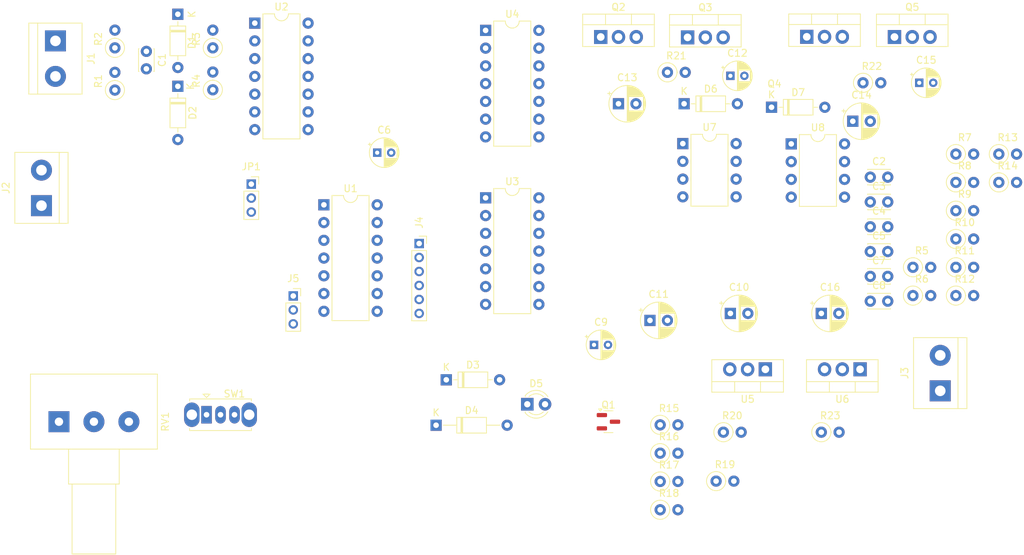
<source format=kicad_pcb>
(kicad_pcb (version 20240108) (generator "pcbnew") (generator_version "8.0")
  (layers (0 "F.Cu" signal) (31 "B.Cu" signal) (34 "B.Paste" user) (35 "F.Paste" user) (36 "B.SilkS" user "B.Silkscreen") (37 "F.SilkS" user "F.Silkscreen") (38 "B.Mask" user) (39 "F.Mask" user) (44 "Edge.Cuts" user))
  (net 0 "")
  (net 1 "Net-(C1-Pad2)")
  (net 2 "Net-(D1-A)")
  (net 3 "Net-(U1-SigIn)")
  (net 4 "Net-(JP1-C)")
  (net 5 "GND")
  (net 6 "Net-(U1-C2)")
  (net 7 "Net-(U1-C1)")
  (net 8 "Net-(U1-R1)")
  (net 9 "+5V")
  (net 10 "AUDIO")
  (net 11 "Net-(D3-K)")
  (net 12 "+15V")
  (net 13 "DRV1")
  (net 14 "Net-(D6-A)")
  (net 15 "Net-(D7-K)")
  (net 16 "Net-(D6-K)")
  (net 17 "DRV2")
  (net 18 "Net-(D7-A)")
  (net 19 "+24V")
  (net 20 "Net-(D3-A)")
  (net 21 "Net-(D4-A)")
  (net 22 "Net-(D5-K)")
  (net 23 "Net-(J1-Pin_1)")
  (net 24 "Net-(J2-Pin_1)")
  (net 25 "Net-(J2-Pin_2)")
  (net 29 "INT")
  (net 30 "Net-(JP1-A)")
  (net 31 "Net-(JP1-B)")
  (net 32 "Net-(Q1-B)")
  (net 33 "Net-(R6-Pad2)")
  (net 34 "Net-(U1-R2)")
  (net 35 "Net-(R10-Pad2)")
  (net 36 "Net-(U1-PC1)")
  (net 37 "Net-(R12-Pad2)")
  (net 38 "Net-(R13-Pad2)")
  (net 39 "Net-(R14-Pad1)")
  (net 40 "PGOOD")
  (net 41 "Net-(U5-IN)")
  (net 42 "Net-(U6-VI)")
  (net 43 "Net-(SW1-B)")
  (net 45 "Net-(U1-FOUT)")
  (net 48 "Net-(U2-Pad8)")
  (net 49 "Net-(U2-Pad5)")
  (net 51 "Net-(U4A-~{R})")
  (net 53 "Net-(U4A-~{Q})")
  (net 54 "Net-(U8-INPUT)")
  (net 56 "Net-(U7-INPUT)")
  (footprint "Resistor_THT:R_Axial_DIN0207_L6.3mm_D2.5mm_P2.54mm_Vertical" (layer "F.Cu") (at 234.24 78.25)
    (property "Reference" "R8" (at 1.27 -2.37 0) (layer "F.SilkS"))
    (property "Value" "100k")
    (pad "1" thru_hole circle (at 0 0) (size 1.6 1.6) (drill 0.8) (layers "*.Cu" "*.Mask") (net 33 "Net-(R6-Pad2)"))
    (pad "2" thru_hole oval (at 2.54 0) (size 1.6 1.6) (drill 0.8) (layers "*.Cu" "*.Mask") (net 5 "GND"))
  )
  (footprint "Package_TO_SOT_THT:TO-220-3_Vertical" (layer "F.Cu") (at 195.88 57.5)
    (property "Reference" "Q3" (at 2.54 -4.27 0) (layer "F.SilkS"))
    (property "Value" "IRFZ48N")
    (pad "1" thru_hole rect (at 0 0) (size 1.905 2) (drill 1.1) (layers "*.Cu" "*.Mask") (net 13 "DRV1"))
    (pad "2" thru_hole oval (at 2.54 0) (size 1.905 2) (drill 1.1) (layers "*.Cu" "*.Mask") (net 24 "Net-(J2-Pin_1)"))
    (pad "3" thru_hole oval (at 5.08 0) (size 1.905 2) (drill 1.1) (layers "*.Cu" "*.Mask") (net 5 "GND"))
  )
  (footprint "Diode_THT:D_DO-35_SOD27_P7.62mm_Horizontal" (layer "F.Cu") (at 161.38 106.5)
    (property "Reference" "D3" (at 3.81 -2.12 0) (layer "F.SilkS"))
    (property "Value" "BAT43")
    (fp_text user "K" (at 0 -1.8 0) (layer "F.SilkS"))
    (pad "1" thru_hole rect (at 0 0) (size 1.6 1.6) (drill 0.8) (layers "*.Cu" "*.Mask") (net 11 "Net-(D3-K)"))
    (pad "2" thru_hole oval (at 7.62 0) (size 1.6 1.6) (drill 0.8) (layers "*.Cu" "*.Mask") (net 20 "Net-(D3-A)"))
  )
  (footprint "Connector_PinSocket_2.00mm:PinSocket_1x03_P2.00mm_Vertical" (layer "F.Cu") (at 133.5 78.5)
    (property "Reference" "JP1" (at 0 -2.5 0) (layer "F.SilkS"))
    (property "Value" "phasing")
    (pad "1" thru_hole rect (at 0 0) (size 1.35 1.35) (drill 0.8) (layers "*.Cu" "*.Mask") (net 30 "Net-(JP1-A)"))
    (pad "2" thru_hole oval (at 0 2) (size 1.35 1.35) (drill 0.8) (layers "*.Cu" "*.Mask") (net 4 "Net-(JP1-C)"))
    (pad "3" thru_hole oval (at 0 4) (size 1.35 1.35) (drill 0.8) (layers "*.Cu" "*.Mask") (net 31 "Net-(JP1-B)"))
  )
  (footprint "Resistor_THT:R_Axial_DIN0207_L6.3mm_D2.5mm_P2.54mm_Vertical" (layer "F.Cu") (at 234.24 82.3)
    (property "Reference" "R9" (at 1.27 -2.37 0) (layer "F.SilkS"))
    (property "Value" "100k")
    (pad "1" thru_hole circle (at 0 0) (size 1.6 1.6) (drill 0.8) (layers "*.Cu" "*.Mask") (net 35 "Net-(R10-Pad2)"))
    (pad "2" thru_hole oval (at 2.54 0) (size 1.6 1.6) (drill 0.8) (layers "*.Cu" "*.Mask") (net 5 "GND"))
  )
  (footprint "Capacitor_THT:CP_Radial_D5.0mm_P2.50mm" (layer "F.Cu") (at 186 67)
    (property "Reference" "C13" (at 1.25 -3.75 0) (layer "F.SilkS"))
    (property "Value" "10u")
    (pad "1" thru_hole rect (at 0 0) (size 1.6 1.6) (drill 0.8) (layers "*.Cu" "*.Mask") (net 15 "Net-(D7-K)"))
    (pad "2" thru_hole circle (at 2.5 0) (size 1.6 1.6) (drill 0.8) (layers "*.Cu" "*.Mask") (net 12 "+15V"))
  )
  (footprint "Resistor_THT:R_Axial_DIN0207_L6.3mm_D2.5mm_P2.54mm_Vertical" (layer "F.Cu") (at 234.24 86.35)
    (property "Reference" "R10" (at 1.27 -2.37 0) (layer "F.SilkS"))
    (property "Value" "2.2k")
    (pad "1" thru_hole circle (at 0 0) (size 1.6 1.6) (drill 0.8) (layers "*.Cu" "*.Mask") (net 8 "Net-(U1-R1)"))
    (pad "2" thru_hole oval (at 2.54 0) (size 1.6 1.6) (drill 0.8) (layers "*.Cu" "*.Mask") (net 35 "Net-(R10-Pad2)"))
  )
  (footprint "Capacitor_THT:CP_Radial_D4.0mm_P2.00mm" (layer "F.Cu") (at 151.5 74)
    (property "Reference" "C6" (at 1 -3.25 0) (layer "F.SilkS"))
    (property "Value" "10u")
    (pad "1" thru_hole rect (at 0 0) (size 1.2 1.2) (drill 0.6) (layers "*.Cu" "*.Mask") (net 9 "+5V"))
    (pad "2" thru_hole circle (at 2 0) (size 1.2 1.2) (drill 0.6) (layers "*.Cu" "*.Mask") (net 5 "GND"))
  )
  (footprint "Resistor_THT:R_Axial_DIN0207_L6.3mm_D2.5mm_P2.54mm_Vertical" (layer "F.Cu") (at 191.96 117)
    (property "Reference" "R16" (at 1.27 -2.37 0) (layer "F.SilkS"))
    (property "Value" "470k")
    (pad "1" thru_hole circle (at 0 0) (size 1.6 1.6) (drill 0.8) (layers "*.Cu" "*.Mask") (net 11 "Net-(D3-K)"))
    (pad "2" thru_hole oval (at 2.54 0) (size 1.6 1.6) (drill 0.8) (layers "*.Cu" "*.Mask") (net 20 "Net-(D3-A)"))
  )
  (footprint "Connector_PinSocket_2.00mm:PinSocket_1x03_P2.00mm_Vertical" (layer "F.Cu") (at 139.5 94.5)
    (property "Reference" "J5" (at 0 -2.5 0) (layer "F.SilkS"))
    (property "Value" "Interrupter")
    (pad "1" thru_hole rect (at 0 0) (size 1.35 1.35) (drill 0.8) (layers "*.Cu" "*.Mask") (net 29 "INT"))
    (pad "2" thru_hole oval (at 0 2) (size 1.35 1.35) (drill 0.8) (layers "*.Cu" "*.Mask") (net 5 "GND"))
    (pad "3" thru_hole oval (at 0 4) (size 1.35 1.35) (drill 0.8) (layers "*.Cu" "*.Mask"))
  )
  (footprint "Package_TO_SOT_THT:TO-220-3_Vertical" (layer "F.Cu") (at 220.54 105 180)
    (property "Reference" "U6" (at 2.54 -4.27 0) (layer "F.SilkS"))
    (property "Value" "LM7815_TO220")
    (pad "1" thru_hole rect (at 0 0 180) (size 1.905 2) (drill 1.1) (layers "*.Cu" "*.Mask") (net 42 "Net-(U6-VI)"))
    (pad "2" thru_hole oval (at 2.54 0 180) (size 1.905 2) (drill 1.1) (layers "*.Cu" "*.Mask") (net 5 "GND"))
    (pad "3" thru_hole oval (at 5.08 0 180) (size 1.905 2) (drill 1.1) (layers "*.Cu" "*.Mask") (net 12 "+15V"))
  )
  (footprint "Resistor_THT:R_Axial_DIN0207_L6.3mm_D2.5mm_P2.54mm_Vertical" (layer "F.Cu") (at 114 65.04 90)
    (property "Reference" "R1" (at 1.27 -2.37 90) (layer "F.SilkS"))
    (property "Value" "1k")
    (pad "1" thru_hole circle (at 0 0 90) (size 1.6 1.6) (drill 0.8) (layers "*.Cu" "*.Mask") (net 23 "Net-(J1-Pin_1)"))
    (pad "2" thru_hole oval (at 2.54 0 90) (size 1.6 1.6) (drill 0.8) (layers "*.Cu" "*.Mask") (net 5 "GND"))
  )
  (footprint "Capacitor_THT:CP_Radial_D4.0mm_P2.00mm" (layer "F.Cu") (at 202 63)
    (property "Reference" "C12" (at 1 -3.25 0) (layer "F.SilkS"))
    (property "Value" "100n")
    (pad "1" thru_hole rect (at 0 0) (size 1.2 1.2) (drill 0.6) (layers "*.Cu" "*.Mask") (net 14 "Net-(D6-A)"))
    (pad "2" thru_hole circle (at 2 0) (size 1.2 1.2) (drill 0.6) (layers "*.Cu" "*.Mask") (net 13 "DRV1"))
  )
  (footprint "Resistor_THT:R_Axial_DIN0207_L6.3mm_D2.5mm_P2.54mm_Vertical" (layer "F.Cu") (at 191.96 125.1)
    (property "Reference" "R18" (at 1.27 -2.37 0) (layer "F.SilkS"))
    (property "Value" "1k")
    (pad "1" thru_hole circle (at 0 0) (size 1.6 1.6) (drill 0.8) (layers "*.Cu" "*.Mask") (net 32 "Net-(Q1-B)"))
    (pad "2" thru_hole oval (at 2.54 0) (size 1.6 1.6) (drill 0.8) (layers "*.Cu" "*.Mask") (net 5 "GND"))
  )
  (footprint "Resistor_THT:R_Axial_DIN0207_L6.3mm_D2.5mm_P2.54mm_Vertical" (layer "F.Cu") (at 220.96 64)
    (property "Reference" "R22" (at 1.27 -2.37 0) (layer "F.SilkS"))
    (property "Value" "1k")
    (pad "1" thru_hole circle (at 0 0) (size 1.6 1.6) (drill 0.8) (layers "*.Cu" "*.Mask") (net 15 "Net-(D7-K)"))
    (pad "2" thru_hole oval (at 2.54 0) (size 1.6 1.6) (drill 0.8) (layers "*.Cu" "*.Mask") (net 18 "Net-(D7-A)"))
  )
  (footprint "Resistor_THT:R_Axial_DIN0207_L6.3mm_D2.5mm_P2.54mm_Vertical" (layer "F.Cu") (at 191.96 121.05)
    (property "Reference" "R17" (at 1.27 -2.37 0) (layer "F.SilkS"))
    (property "Value" "1k")
    (pad "1" thru_hole circle (at 0 0) (size 1.6 1.6) (drill 0.8) (layers "*.Cu" "*.Mask") (net 21 "Net-(D4-A)"))
    (pad "2" thru_hole oval (at 2.54 0) (size 1.6 1.6) (drill 0.8) (layers "*.Cu" "*.Mask") (net 32 "Net-(Q1-B)"))
  )
  (footprint "Package_TO_SOT_THT:TO-220-3_Vertical" (layer "F.Cu") (at 183.46 57.445)
    (property "Reference" "Q2" (at 2.54 -4.27 0) (layer "F.SilkS"))
    (property "Value" "IRF4905")
    (pad "1" thru_hole rect (at 0 0) (size 1.905 2) (drill 1.1) (layers "*.Cu" "*.Mask") (net 14 "Net-(D6-A)"))
    (pad "2" thru_hole oval (at 2.54 0) (size 1.905 2) (drill 1.1) (layers "*.Cu" "*.Mask") (net 16 "Net-(D6-K)"))
    (pad "3" thru_hole oval (at 5.08 0) (size 1.905 2) (drill 1.1) (layers "*.Cu" "*.Mask") (net 24 "Net-(J2-Pin_1)"))
  )
  (footprint "Capacitor_THT:CP_Radial_D5.0mm_P2.50mm" (layer "F.Cu") (at 215 97)
    (property "Reference" "C16" (at 1.25 -3.75 0) (layer "F.SilkS"))
    (property "Value" "1000uF 35v")
    (pad "1" thru_hole rect (at 0 0) (size 1.6 1.6) (drill 0.8) (layers "*.Cu" "*.Mask") (net 19 "+24V"))
    (pad "2" thru_hole circle (at 2.5 0) (size 1.6 1.6) (drill 0.8) (layers "*.Cu" "*.Mask") (net 5 "GND"))
  )
  (footprint "Resistor_THT:R_Axial_DIN0207_L6.3mm_D2.5mm_P2.54mm_Vertical" (layer "F.Cu") (at 199.955 121)
    (property "Reference" "R19" (at 1.27 -2.37 0) (layer "F.SilkS"))
    (property "Value" "1.8k")
    (pad "1" thru_hole circle (at 0 0) (size 1.6 1.6) (drill 0.8) (layers "*.Cu" "*.Mask") (net 40 "PGOOD"))
    (pad "2" thru_hole oval (at 2.54 0) (size 1.6 1.6) (drill 0.8) (layers "*.Cu" "*.Mask") (net 22 "Net-(D5-K)"))
  )
  (footprint "Package_TO_SOT_THT:TO-220-3_Vertical" (layer "F.Cu") (at 212.92 57.42)
    (property "Reference" "Q4" (at -4.62 6.73 0) (layer "F.SilkS"))
    (property "Value" "IRF4905")
    (pad "1" thru_hole rect (at 0 0) (size 1.905 2) (drill 1.1) (layers "*.Cu" "*.Mask") (net 18 "Net-(D7-A)"))
    (pad "2" thru_hole oval (at 2.54 0) (size 1.905 2) (drill 1.1) (layers "*.Cu" "*.Mask") (net 15 "Net-(D7-K)"))
    (pad "3" thru_hole oval (at 5.08 0) (size 1.905 2) (drill 1.1) (layers "*.Cu" "*.Mask") (net 25 "Net-(J2-Pin_2)"))
  )
  (footprint "Package_DIP:DIP-8_W7.62mm" (layer "F.Cu") (at 195.2 72.7)
    (property "Reference" "U7" (at 3.81 -2.33 0) (layer "F.SilkS"))
    (property "Value" "TC4422")
    (pad "1" thru_hole rect (at 0 0) (size 1.6 1.6) (drill 0.8) (layers "*.Cu" "*.Mask") (net 12 "+15V"))
    (pad "2" thru_hole oval (at 0 2.54) (size 1.6 1.6) (drill 0.8) (layers "*.Cu" "*.Mask") (net 56 "Net-(U7-INPUT)"))
    (pad "3" thru_hole oval (at 0 5.08) (size 1.6 1.6) (drill 0.8) (layers "*.Cu" "*.Mask"))
    (pad "4" thru_hole oval (at 0 7.62) (size 1.6 1.6) (drill 0.8) (layers "*.Cu" "*.Mask") (net 5 "GND"))
    (pad "5" thru_hole oval (at 7.62 7.62) (size 1.6 1.6) (drill 0.8) (layers "*.Cu" "*.Mask") (net 5 "GND"))
    (pad "6" thru_hole oval (at 7.62 5.08) (size 1.6 1.6) (drill 0.8) (layers "*.Cu" "*.Mask") (net 13 "DRV1"))
    (pad "7" thru_hole oval (at 7.62 2.54) (size 1.6 1.6) (drill 0.8) (layers "*.Cu" "*.Mask") (net 13 "DRV1"))
    (pad "8" thru_hole oval (at 7.62 0) (size 1.6 1.6) (drill 0.8) (layers "*.Cu" "*.Mask") (net 12 "+15V"))
  )
  (footprint "Resistor_THT:R_Axial_DIN0207_L6.3mm_D2.5mm_P2.54mm_Vertical" (layer "F.Cu") (at 128 59 90)
    (property "Reference" "R3" (at 1.27 -2.37 90) (layer "F.SilkS"))
    (property "Value" "10k")
    (pad "1" thru_hole circle (at 0 0 90) (size 1.6 1.6) (drill 0.8) (layers "*.Cu" "*.Mask") (net 9 "+5V"))
    (pad "2" thru_hole oval (at 2.54 0 90) (size 1.6 1.6) (drill 0.8) (layers "*.Cu" "*.Mask") (net 2 "Net-(D1-A)"))
  )
  (footprint "Capacitor_THT:C_Disc_D3.0mm_W2.0mm_P2.50mm" (layer "F.Cu") (at 118.5 59.5 -90)
    (property "Reference" "C1" (at 1.25 -2.25 90) (layer "F.SilkS"))
    (property "Value" "100n")
    (pad "1" thru_hole circle (at 0 0 270) (size 1.6 1.6) (drill 0.8) (layers "*.Cu" "*.Mask") (net 2 "Net-(D1-A)"))
    (pad "2" thru_hole circle (at 2.5 0 270) (size 1.6 1.6) (drill 0.8) (layers "*.Cu" "*.Mask") (net 1 "Net-(C1-Pad2)"))
  )
  (footprint "Capacitor_THT:C_Disc_D3.0mm_W2.0mm_P2.50mm" (layer "F.Cu") (at 222 77.5)
    (property "Reference" "C2" (at 1.25 -2.25 0) (layer "F.SilkS"))
    (property "Value" "100n")
    (pad "1" thru_hole circle (at 0 0) (size 1.6 1.6) (drill 0.8) (layers "*.Cu" "*.Mask") (net 4 "Net-(JP1-C)"))
    (pad "2" thru_hole circle (at 2.5 0) (size 1.6 1.6) (drill 0.8) (layers "*.Cu" "*.Mask") (net 3 "Net-(U1-SigIn)"))
  )
  (footprint "Resistor_THT:R_Axial_DIN0207_L6.3mm_D2.5mm_P2.54mm_Vertical" (layer "F.Cu") (at 228.1 94.45)
    (property "Reference" "R6" (at 1.27 -2.37 0) (layer "F.SilkS"))
    (property "Value" "22k")
    (pad "1" thru_hole circle (at 0 0) (size 1.6 1.6) (drill 0.8) (layers "*.Cu" "*.Mask") (net 34 "Net-(U1-R2)"))
    (pad "2" thru_hole oval (at 2.54 0) (size 1.6 1.6) (drill 0.8) (layers "*.Cu" "*.Mask") (net 33 "Net-(R6-Pad2)"))
  )
  (footprint "Capacitor_THT:CP_Radial_D4.0mm_P2.00mm" (layer "F.Cu") (at 229 64)
    (property "Reference" "C15" (at 1 -3.25 0) (layer "F.SilkS"))
    (property "Value" "100n")
    (pad "1" thru_hole rect (at 0 0) (size 1.2 1.2) (drill 0.6) (layers "*.Cu" "*.Mask") (net 18 "Net-(D7-A)"))
    (pad "2" thru_hole circle (at 2 0) (size 1.2 1.2) (drill 0.6) (layers "*.Cu" "*.Mask") (net 17 "DRV2"))
  )
  (footprint "Diode_THT:D_DO-35_SOD27_P10.16mm_Horizontal" (layer "F.Cu") (at 159.92 113)
    (property "Reference" "D4" (at 5.08 -2.12 0) (layer "F.SilkS"))
    (property "Value" "15v")
    (fp_text user "K" (at 0 -1.8 0) (layer "F.SilkS"))
    (pad "1" thru_hole rect (at 0 0) (size 1.6 1.6) (drill 0.8) (layers "*.Cu" "*.Mask") (net 12 "+15V"))
    (pad "2" thru_hole oval (at 10.16 0) (size 1.6 1.6) (drill 0.8) (layers "*.Cu" "*.Mask") (net 21 "Net-(D4-A)"))
  )
  (footprint "Capacitor_THT:C_Disc_D3.0mm_W2.0mm_P2.50mm" (layer "F.Cu") (at 222 84.6)
    (property "Reference" "C4" (at 1.25 -2.25 0) (layer "F.SilkS"))
    (property "Value" "660p")
    (pad "1" thru_hole circle (at 0 0) (size 1.6 1.6) (drill 0.8) (layers "*.Cu" "*.Mask") (net 7 "Net-(U1-C1)"))
    (pad "2" thru_hole circle (at 2.5 0) (size 1.6 1.6) (drill 0.8) (layers "*.Cu" "*.Mask") (net 6 "Net-(U1-C2)"))
  )
  (footprint "TerminalBlock:TerminalBlock_bornier-2_P5.08mm" (layer "F.Cu") (at 105.5 58 -90)
    (property "Reference" "J1" (at 2.54 -5.08 90) (layer "F.SilkS"))
    (property "Value" "Current Transformer")
    (pad "1" thru_hole rect (at 0 0 270) (size 3 3) (drill 1.52) (layers "*.Cu" "*.Mask") (net 23 "Net-(J1-Pin_1)"))
    (pad "2" thru_hole circle (at 5.08 0 270) (size 3 3) (drill 1.52) (layers "*.Cu" "*.Mask") (net 5 "GND"))
  )
  (footprint "Package_TO_SOT_THT:TO-220-3_Vertical" (layer "F.Cu") (at 225.46 57.445)
    (property "Reference" "Q5" (at 2.54 -4.27 0) (layer "F.SilkS"))
    (property "Value" "IRFZ48N")
    (pad "1" thru_hole rect (at 0 0) (size 1.905 2) (drill 1.1) (layers "*.Cu" "*.Mask") (net 17 "DRV2"))
    (pad "2" thru_hole oval (at 2.54 0) (size 1.905 2) (drill 1.1) (layers "*.Cu" "*.Mask") (net 25 "Net-(J2-Pin_2)"))
    (pad "3" thru_hole oval (at 5.08 0) (size 1.905 2) (drill 1.1) (layers "*.Cu" "*.Mask") (net 5 "GND"))
  )
  (footprint "Capacitor_THT:CP_Radial_D5.0mm_P2.50mm" (layer "F.Cu") (at 219.5 69.5)
    (property "Reference" "C14" (at 1.25 -3.75 0) (layer "F.SilkS"))
    (property "Value" "10u")
    (pad "1" thru_hole rect (at 0 0) (size 1.6 1.6) (drill 0.8) (layers "*.Cu" "*.Mask") (net 16 "Net-(D6-K)"))
    (pad "2" thru_hole circle (at 2.5 0) (size 1.6 1.6) (drill 0.8) (layers "*.Cu" "*.Mask") (net 12 "+15V"))
  )
  (footprint "Capacitor_THT:C_Disc_D3.0mm_W2.0mm_P2.50mm" (layer "F.Cu") (at 222 81.05)
    (property "Reference" "C3" (at 1.25 -2.25 0) (layer "F.SilkS"))
    (property "Value" "1n")
    (pad "1" thru_hole circle (at 0 0) (size 1.6 1.6) (drill 0.8) (layers "*.Cu" "*.Mask") (net 3 "Net-(U1-SigIn)"))
    (pad "2" thru_hole circle (at 2.5 0) (size 1.6 1.6) (drill 0.8) (layers "*.Cu" "*.Mask") (net 5 "GND"))
  )
  (footprint "Resistor_THT:R_Axial_DIN0207_L6.3mm_D2.5mm_P2.54mm_Vertical" (layer "F.Cu") (at 114 59 90)
    (property "Reference" "R2" (at 1.27 -2.37 90) (layer "F.SilkS"))
    (property "Value" "1k")
    (pad "1" thru_hole circle (at 0 0 90) (size 1.6 1.6) (drill 0.8) (layers "*.Cu" "*.Mask") (net 1 "Net-(C1-Pad2)"))
    (pad "2" thru_hole oval (at 2.54 0 90) (size 1.6 1.6) (drill 0.8) (layers "*.Cu" "*.Mask") (net 23 "Net-(J1-Pin_1)"))
  )
  (footprint "Resistor_THT:R_Axial_DIN0207_L6.3mm_D2.5mm_P2.54mm_Vertical" (layer "F.Cu") (at 201 114)
    (property "Reference" "R20" (at 1.27 -2.37 0) (layer "F.SilkS"))
    (property "Value" "10")
    (pad "1" thru_hole circle (at 0 0) (size 1.6 1.6) (drill 0.8) (layers "*.Cu" "*.Mask") (net 12 "+15V"))
    (pad "2" thru_hole oval (at 2.54 0) (size 1.6 1.6) (drill 0.8) (layers "*.Cu" "*.Mask") (net 41 "Net-(U5-IN)"))
  )
  (footprint "Resistor_THT:R_Axial_DIN0207_L6.3mm_D2.5mm_P2.54mm_Vertical" (layer "F.Cu") (at 234.24 90.4)
    (property "Reference" "R11" (at 1.27 -2.37 0) (layer "F.SilkS"))
    (property "Value" "22k")
    (pad "1" thru_hole circle (at 0 0) (size 1.6 1.6) (drill 0.8) (layers "*.Cu" "*.Mask") (net 36 "Net-(U1-PC1)"))
    (pad "2" thru_hole oval (at 2.54 0) (size 1.6 1.6) (drill 0.8) (layers "*.Cu" "*.Mask") (net 10 "AUDIO"))
  )
  (footprint "Resistor_THT:R_Axial_DIN0207_L6.3mm_D2.5mm_P2.54mm_Vertical" (layer "F.Cu") (at 234.24 74.2)
    (property "Reference" "R7" (at 1.27 -2.37 0) (layer "F.SilkS"))
    (property "Value" "10k")
    (pad "1" thru_hole circle (at 0 0) (size 1.6 1.6) (drill 0.8) (layers "*.Cu" "*.Mask") (net 9 "+5V"))
    (pad "2" thru_hole oval (at 2.54 0) (size 1.6 1.6) (drill 0.8) (layers "*.Cu" "*.Mask") (net 3 "Net-(U1-SigIn)"))
  )
  (footprint "Capacitor_THT:CP_Radial_D4.0mm_P2.00mm" (layer "F.Cu") (at 182.5 101.5)
    (property "Reference" "C9" (at 1 -3.25 0) (layer "F.SilkS"))
    (property "Value" "1u")
    (pad "1" thru_hole rect (at 0 0) (size 1.2 1.2) (drill 0.6) (layers "*.Cu" "*.Mask") (net 9 "+5V"))
    (pad "2" thru_hole circle (at 2 0) (size 1.2 1.2) (drill 0.6) (layers "*.Cu" "*.Mask") (net 11 "Net-(D3-K)"))
  )
  (footprint "Capacitor_THT:CP_Radial_D5.0mm_P2.50mm" (layer "F.Cu") (at 190.5 98)
    (property "Reference" "C11" (at 1.25 -3.75 0) (layer "F.SilkS"))
    (property "Value" "470uF 10v")
    (pad "1" thru_hole rect (at 0 0) (size 1.6 1.6) (drill 0.8) (layers "*.Cu" "*.Mask") (net 9 "+5V"))
    (pad "2" thru_hole circle (at 2.5 0) (size 1.6 1.6) (drill 0.8) (layers "*.Cu" "*.Mask") (net 5 "GND"))
  )
  (footprint "LED_THT:LED_D3.0mm" (layer "F.Cu") (at 172.96 110)
    (property "Reference" "D5" (at 1.27 -2.96 0) (layer "F.SilkS"))
    (property "Value" "LED")
    (pad "1" thru_hole rect (at 0 0) (size 1.8 1.8) (drill 0.9) (layers "*.Cu" "*.Mask") (net 22 "Net-(D5-K)"))
    (pad "2" thru_hole circle (at 2.54 0) (size 1.8 1.8) (drill 0.9) (layers "*.Cu" "*.Mask") (net 5 "GND"))
  )
  (footprint "Potentiometer_THT:Potentiometer_Alps_RK163_Single_Horizontal" (layer "F.Cu") (at 106 112.5 90)
    (property "Reference" "RV1" (at 0 15.2 90) (layer "F.SilkS"))
    (property "Value" "10k")
    (pad "1" thru_hole rect (at 0 0 270) (size 3 3) (drill 1.2) (layers "*.Cu" "*.Mask") (net 38 "Net-(R13-Pad2)"))
    (pad "2" thru_hole circle (at 0 5 270) (size 3 3) (drill 1.2) (layers "*.Cu" "*.Mask") (net 37 "Net-(R12-Pad2)"))
    (pad "3" thru_hole circle (at 0 10 270) (size 3 3) (drill 1.2) (layers "*.Cu" "*.Mask") (net 39 "Net-(R14-Pad1)"))
  )
  (footprint "Package_TO_SOT_SMD:SOT-23" (layer "F.Cu") (at 184.5625 112.5)
    (property "Reference" "Q1" (at 0 -2.4 0) (layer "F.SilkS"))
    (property "Value" "BC547")
    (pad "1" smd roundrect (at -0.9375 -0.95) (size 1.475 0.6) (layers "F.Cu" "F.Paste" "F.Mask") (net 32 "Net-(Q1-B)"))
    (pad "2" smd roundrect (at -0.9375 0.95) (size 1.475 0.6) (layers "F.Cu" "F.Paste" "F.Mask") (net 5 "GND"))
    (pad "3" smd roundrect (at 0.9375 0) (size 1.475 0.6) (layers "F.Cu" "F.Paste" "F.Mask") (net 20 "Net-(D3-A)"))
  )
  (footprint "TerminalBlock:TerminalBlock_bornier-2_P5.08mm" (layer "F.Cu") (at 232 108.08 90)
    (property "Reference" "J3" (at 2.54 -5.08 90) (layer "F.SilkS"))
    (property "Value" "Power supply")
    (pad "1" thru_hole rect (at 0 0 90) (size 3 3) (drill 1.52) (layers "*.Cu" "*.Mask") (net 19 "+24V"))
    (pad "2" thru_hole circle (at 5.08 0 90) (size 3 3) (drill 1.52) (layers "*.Cu" "*.Mask") (net 5 "GND"))
  )
  (footprint "Package_DIP:DIP-14_W7.62mm" (layer "F.Cu") (at 143.88 81.46)
    (property "Reference" "U1" (at 3.81 -2.33 0) (layer "F.SilkS"))
    (property "Value" "4046")
    (pad "1" thru_hole rect (at 0 0) (size 1.6 1.6) (drill 0.8) (layers "*.Cu" "*.Mask"))
    (pad "2" thru_hole oval (at 0 2.54) (size 1.6 1.6) (drill 0.8) (layers "*.Cu" "*.Mask") (net 36 "Net-(U1-PC1)"))
    (pad "3" thru_hole oval (at 0 5.08) (size 1.6 1.6) (drill 0.8) (layers "*.Cu" "*.Mask") (net 45 "Net-(U1-FOUT)"))
    (pad "4" thru_hole oval (at 0 7.62) (size 1.6 1.6) (drill 0.8) (layers "*.Cu" "*.Mask") (net 45 "Net-(U1-FOUT)"))
    (pad "5" thru_hole oval (at 0 10.16) (size 1.6 1.6) (drill 0.8) (layers "*.Cu" "*.Mask") (net 5 "GND"))
    (pad "6" thru_hole oval (at 0 12.7) (size 1.6 1.6) (drill 0.8) (layers "*.Cu" "*.Mask") (net 7 "Net-(U1-C1)"))
    (pad "7" thru_hole oval (at 0 15.24) (size 1.6 1.6) (drill 0.8) (layers "*.Cu" "*.Mask") (net 6 "Net-(U1-C2)"))
    (pad "8" thru_hole oval (at 7.62 15.24) (size 1.6 1.6) (drill 0.8) (layers "*.Cu" "*.Mask") (net 5 "GND"))
    (pad "9" thru_hole oval (at 7.62 12.7) (size 1.6 1.6) (drill 0.8) (layers "*.Cu" "*.Mask") (net 10 "AUDIO"))
    (pad "10" thru_hole oval (at 7.62 10.16) (size 1.6 1.6) (drill 0.8) (layers "*.Cu" "*.Mask"))
    (pad "11" thru_hole oval (at 7.62 7.62) (size 1.6 1.6) (drill 0.8) (layers "*.Cu" "*.Mask") (net 8 "Net-(U1-R1)"))
    (pad "12" thru_hole oval (at 7.62 5.08) (size 1.6 1.6) (drill 0.8) (layers "*.Cu" "*.Mask") (net 34 "Net-(U1-R2)"))
    (pad "13" thru_hole oval (at 7.62 2.54) (size 1.6 1.6) (drill 0.8) (layers "*.Cu" "*.Mask"))
    (pad "14" thru_hole oval (at 7.62 0) (size 1.6 1.6) (drill 0.8) (layers "*.Cu" "*.Mask") (net 3 "Net-(U1-SigIn)"))
  )
  (footprint "Package_DIP:DIP-8_W7.62mm" (layer "F.Cu") (at 210.7 72.74)
    (property "Reference" "U8" (at 3.81 -2.33 0) (layer "F.SilkS"))
    (property "Value" "TC4422")
    (pad "1" thru_hole rect (at 0 0) (size 1.6 1.6) (drill 0.8) (layers "*.Cu" "*.Mask") (net 12 "+15V"))
    (pad "2" thru_hole oval (at 0 2.54) (size 1.6 1.6) (drill 0.8) (layers "*.Cu" "*.Mask") (net 54 "Net-(U8-INPUT)"))
    (pad "3" thru_hole oval (at 0 5.08) (size 1.6 1.6) (drill 0.8) (layers "*.Cu" "*.Mask"))
    (pad "4" thru_hole oval (at 0 7.62) (size 1.6 1.6) (drill 0.8) (layers "*.Cu" "*.Mask") (net 5 "GND"))
    (pad "5" thru_hole oval (at 7.62 7.62) (size 1.6 1.6) (drill 0.8) (layers "*.Cu" "*.Mask") (net 5 "GND"))
    (pad "6" thru_hole oval (at 7.62 5.08) (size 1.6 1.6) (drill 0.8) (layers "*.Cu" "*.Mask") (net 17 "DRV2"))
    (pad "7" thru_hole oval (at 7.62 2.54) (size 1.6 1.6) (drill 0.8) (layers "*.Cu" "*.Mask") (net 17 "DRV2"))
    (pad "8" thru_hole oval (at 7.62 0) (size 1.6 1.6) (drill 0.8) (layers "*.Cu" "*.Mask") (net 12 "+15V"))
  )
  (footprint "Package_DIP:DIP-14_W7.62mm" (layer "F.Cu") (at 134 55.46)
    (property "Reference" "U2" (at 3.81 -2.33 0) (layer "F.SilkS"))
    (property "Value" "74HC14")
    (pad "1" thru_hole rect (at 0 0) (size 1.6 1.6) (drill 0.8) (layers "*.Cu" "*.Mask") (net 2 "Net-(D1-A)"))
    (pad "2" thru_hole oval (at 0 2.54) (size 1.6 1.6) (drill 0.8) (layers "*.Cu" "*.Mask") (net 30 "Net-(JP1-A)"))
    (pad "3" thru_hole oval (at 0 5.08) (size 1.6 1.6) (drill 0.8) (layers "*.Cu" "*.Mask") (net 30 "Net-(JP1-A)"))
    (pad "4" thru_hole oval (at 0 7.62) (size 1.6 1.6) (drill 0.8) (layers "*.Cu" "*.Mask") (net 31 "Net-(JP1-B)"))
    (pad "5" thru_hole oval (at 0 10.16) (size 1.6 1.6) (drill 0.8) (layers "*.Cu" "*.Mask") (net 49 "Net-(U2-Pad5)"))
    (pad "6" thru_hole oval (at 0 12.7) (size 1.6 1.6) (drill 0.8) (layers "*.Cu" "*.Mask") (net 51 "Net-(U4A-~{R})"))
    (pad "7" thru_hole oval (at 0 15.24) (size 1.6 1.6) (drill 0.8) (layers "*.Cu" "*.Mask") (net 5 "GND"))
    (pad "8" thru_hole oval (at 7.62 15.24) (size 1.6 1.6) (drill 0.8) (layers "*.Cu" "*.Mask") (net 48 "Net-(U2-Pad8)"))
    (pad "9" thru_hole oval (at 7.62 12.7) (size 1.6 1.6) (drill 0.8) (layers "*.Cu" "*.Mask") (net 45 "Net-(U1-FOUT)"))
    (pad "10" thru_hole oval (at 7.62 10.16) (size 1.6 1.6) (drill 0.8) (layers "*.Cu" "*.Mask") (net 40 "PGOOD"))
    (pad "11" thru_hole oval (at 7.62 7.62) (size 1.6 1.6) (drill 0.8) (layers "*.Cu" "*.Mask") (net 11 "Net-(D3-K)"))
    (pad "12" thru_hole oval (at 7.62 5.08) (size 1.6 1.6) (drill 0.8) (layers "*.Cu" "*.Mask"))
    (pad "13" thru_hole oval (at 7.62 2.54) (size 1.6 1.6) (drill 0.8) (layers "*.Cu" "*.Mask") (net 9 "+5V"))
    (pad "14" thru_hole oval (at 7.62 0) (size 1.6 1.6) (drill 0.8) (layers "*.Cu" "*.Mask") (net 9 "+5V"))
  )
  (footprint "Diode_THT:D_DO-35_SOD27_P7.62mm_Horizontal" (layer "F.Cu") (at 123 54.19 -90)
    (property "Reference" "D1" (at 4 -2 90) (layer "F.SilkS"))
    (property "Value" "1N4148")
    (fp_text user "K" (at 0 -2 90) (layer "F.SilkS"))
    (pad "1" thru_hole rect (at 0 0 270) (size 1.6 1.6) (drill 0.8) (layers "*.Cu" "*.Mask") (net 9 "+5V"))
    (pad "2" thru_hole oval (at 7.62 0 270) (size 1.6 1.6) (drill 0.8) (layers "*.Cu" "*.Mask") (net 2 "Net-(D1-A)"))
  )
  (footprint "Resistor_THT:R_Axial_DIN0207_L6.3mm_D2.5mm_P2.54mm_Vertical" (layer "F.Cu") (at 234.24 94.45)
    (property "Reference" "R12" (at 1.27 -2.37 0) (layer "F.SilkS"))
    (property "Value" "10k")
    (pad "1" thru_hole circle (at 0 0) (size 1.6 1.6) (drill 0.8) (layers "*.Cu" "*.Mask") (net 10 "AUDIO"))
    (pad "2" thru_hole oval (at 2.54 0) (size 1.6 1.6) (drill 0.8) (layers "*.Cu" "*.Mask") (net 37 "Net-(R12-Pad2)"))
  )
  (footprint "TerminalBlock:TerminalBlock_bornier-2_P5.08mm" (layer "F.Cu") (at 103.5 81.58 90)
    (property "Reference" "J2" (at 2.54 -5.08 90) (layer "F.SilkS"))
    (property "Value" "GDT")
    (pad "1" thru_hole rect (at 0 0 90) (size 3 3) (drill 1.52) (layers "*.Cu" "*.Mask") (net 24 "Net-(J2-Pin_1)"))
    (pad "2" thru_hole circle (at 5.08 0 90) (size 3 3) (drill 1.52) (layers "*.Cu" "*.Mask") (net 25 "Net-(J2-Pin_2)"))
  )
  (footprint "Connector_PinSocket_2.00mm:PinSocket_1x06_P2.00mm_Vertical" (layer "F.Cu") (at 157.5 87)
    (property "Reference" "J4" (at 0 -3 -90) (layer "F.SilkS"))
    (property "Value" "Bluetooth Module (MH-M18)")
    (pad "1" thru_hole rect (at 0 0) (size 1.35 1.35) (drill 0.8) (layers "*.Cu" "*.Mask"))
    (pad "2" thru_hole oval (at 0 2) (size 1.35 1.35) (drill 0.8) (layers "*.Cu" "*.Mask"))
    (pad "3" thru_hole oval (at 0 4) (size 1.35 1.35) (drill 0.8) (layers "*.Cu" "*.Mask") (net 9 "+5V"))
    (pad "4" thru_hole oval (at 0 6) (size 1.35 1.35) (drill 0.8) (layers "*.Cu" "*.Mask") (net 5 "GND"))
    (pad "5" thru_hole oval (at 0 8) (size 1.35 1.35) (drill 0.8) (layers "*.Cu" "*.Mask") (net 10 "AUDIO"))
    (pad "6" thru_hole oval (at 0 10) (size 1.35 1.35) (drill 0.8) (layers "*.Cu" "*.Mask"))
  )
  (footprint "Diode_THT:D_DO-35_SOD27_P7.62mm_Horizontal" (layer "F.Cu") (at 195.38 67)
    (property "Reference" "D6" (at 3.81 -2.12 0) (layer "F.SilkS"))
    (property "Value" "1N4148")
    (fp_text user "K" (at 0 -1.8 0) (layer "F.SilkS"))
    (pad "1" thru_hole rect (at 0 0) (size 1.6 1.6) (drill 0.8) (layers "*.Cu" "*.Mask") (net 16 "Net-(D6-K)"))
    (pad "2" thru_hole oval (at 7.62 0) (size 1.6 1.6) (drill 0.8) (layers "*.Cu" "*.Mask") (net 14 "Net-(D6-A)"))
  )
  (footprint "Capacitor_THT:C_Disc_D3.0mm_W2.0mm_P2.50mm" (layer "F.Cu") (at 222 95.25)
    (property "Reference" "C8" (at 1.25 -2.25 0) (layer "F.SilkS"))
    (property "Value" "10n")
    (pad "1" thru_hole circle (at 0 0) (size 1.6 1.6) (drill 0.8) (layers "*.Cu" "*.Mask") (net 10 "AUDIO"))
    (pad "2" thru_hole circle (at 2.5 0) (size 1.6 1.6) (drill 0.8) (layers "*.Cu" "*.Mask") (net 5 "GND"))
  )
  (footprint "Button_Switch_THT:SW_Slide_SPDT_Straight_CK_OS102011MS2Q" (layer "F.Cu") (at 127.1 111.5)
    (property "Reference" "SW1" (at 3.99 -2.99 0) (layer "F.SilkS"))
    (property "Value" "CW/INT")
    (pad "" thru_hole oval (at -2.1 0) (size 2.2 3.5) (drill 1.5) (layers "*.Cu" "*.Mask"))
    (pad "" thru_hole oval (at 6.1 0) (size 2.2 3.5) (drill 1.5) (layers "*.Cu" "*.Mask"))
    (pad "1" thru_hole rect (at 0 0) (size 1.5 2.5) (drill 0.8) (layers "*.Cu" "*.Mask") (net 29 "INT"))
    (pad "2" thru_hole oval (at 2 0) (size 1.5 2.5) (drill 0.8) (layers "*.Cu" "*.Mask") (net 43 "Net-(SW1-B)"))
    (pad "3" thru_hole oval (at 4 0) (size 1.5 2.5) (drill 0.8) (layers "*.Cu" "*.Mask") (net 9 "+5V"))
  )
  (footprint "Package_DIP:DIP-14_W7.62mm" (layer "F.Cu") (at 167 80.46)
    (property "Reference" "U3" (at 3.81 -2.33 0) (layer "F.SilkS"))
    (property "Value" "7408")
    (pad "1" thru_hole rect (at 0 0) (size 1.6 1.6) (drill 0.8) (layers "*.Cu" "*.Mask") (net 48 "Net-(U2-Pad8)"))
    (pad "2" thru_hole oval (at 0 2.54) (size 1.6 1.6) (drill 0.8) (layers "*.Cu" "*.Mask") (net 53 "Net-(U4A-~{Q})"))
    (pad "3" thru_hole oval (at 0 5.08) (size 1.6 1.6) (drill 0.8) (layers "*.Cu" "*.Mask") (net 56 "Net-(U7-INPUT)"))
    (pad "4" thru_hole oval (at 0 7.62) (size 1.6 1.6) (drill 0.8) (layers "*.Cu" "*.Mask") (net 53 "Net-(U4A-~{Q})"))
    (pad "5" thru_hole oval (at 0 10.16) (size 1.6 1.6) (drill 0.8) (layers "*.Cu" "*.Mask") (net 45 "Net-(U1-FOUT)"))
    (pad "6" thru_hole oval (at 0 12.7) (size 1.6 1.6) (drill 0.8) (layers "*.Cu" "*.Mask") (net 54 "Net-(U8-INPUT)"))
    (pad "7" thru_hole oval (at 0 15.24) (size 1.6 1.6) (drill 0.8) (layers "*.Cu" "*.Mask") (net 5 "GND"))
    (pad "8" thru_hole oval (at 7.62 15.24) (size 1.6 1.6) (drill 0.8) (layers "*.Cu" "*.Mask") (net 49 "Net-(U2-Pad5)"))
    (pad "9" thru_hole oval (at 7.62 12.7) (size 1.6 1.6) (drill 0.8) (layers "*.Cu" "*.Mask") (net 40 "PGOOD"))
    (pad "10" thru_hole oval (at 7.62 10.16) (size 1.6 1.6) (drill 0.8) (layers "*.Cu" "*.Mask") (net 43 "Net-(SW1-B)"))
    (pad "11" thru_hole oval (at 7.62 7.62) (size 1.6 1.6) (drill 0.8) (layers "*.Cu" "*.Mask"))
    (pad "12" thru_hole oval (at 7.62 5.08) (size 1.6 1.6) (drill 0.8) (layers "*.Cu" "*.Mask"))
    (pad "13" thru_hole oval (at 7.62 2.54) (size 1.6 1.6) (drill 0.8) (layers "*.Cu" "*.Mask"))
    (pad "14" thru_hole oval (at 7.62 0) (size 1.6 1.6) (drill 0.8) (layers "*.Cu" "*.Mask") (net 9 "+5V"))
  )
  (footprint "Resistor_THT:R_Axial_DIN0207_L6.3mm_D2.5mm_P2.54mm_Vertical" (layer "F.Cu") (at 191.96 112.95)
    (property "Reference" "R15" (at 1.27 -2.37 0) (layer "F.SilkS"))
    (property "Value" "1k")
    (pad "1" thru_hole circle (at 0 0) (size 1.6 1.6) (drill 0.8) (layers "*.Cu" "*.Mask") (net 9 "+5V"))
    (pad "2" thru_hole oval (at 2.54 0) (size 1.6 1.6) (drill 0.8) (layers "*.Cu" "*.Mask") (net 20 "Net-(D3-A)"))
  )
  (footprint "Package_TO_SOT_THT:TO-220-3_Vertical" (layer "F.Cu") (at 207 105 180)
    (property "Reference" "U5" (at 2.54 -4.27 0) (layer "F.SilkS"))
    (property "Value" "L7805")
    (pad "1" thru_hole rect (at 0 0 180) (size 1.905 2) (drill 1.1) (layers "*.Cu" "*.Mask") (net 41 "Net-(U5-IN)"))
    (pad "2" thru_hole oval (at 2.54 0 180) (size 1.905 2) (drill 1.1) (layers "*.Cu" "*.Mask") (net 5 "GND"))
    (pad "3" thru_hole oval (at 5.08 0 180) (size 1.905 2) (drill 1.1) (layers "*.Cu" "*.Mask") (net 9 "+5V"))
  )
  (footprint "Resistor_THT:R_Axial_DIN0207_L6.3mm_D2.5mm_P2.54mm_Vertical" (layer "F.Cu") (at 215 114)
    (property "Reference" "R23" (at 1.27 -2.37 0) (layer "F.SilkS"))
    (property "Value" "10")
    (pad "1" thru_hole circle (at 0 0) (size 1.6 1.6) (drill 0.8) (layers "*.Cu" "*.Mask") (net 19 "+24V"))
    (pad "2" thru_hole oval (at 2.54 0) (size 1.6 1.6) (drill 0.8) (layers "*.Cu" "*.Mask") (net 42 "Net-(U6-VI)"))
  )
  (footprint "Resistor_THT:R_Axial_DIN0207_L6.3mm_D2.5mm_P2.54mm_Vertical" (layer "F.Cu") (at 240.38 78.25)
    (property "Reference" "R14" (at 1.27 -2.37 0) (layer "F.SilkS"))
    (property "Value" "1k")
    (pad "1" thru_hole circle (at 0 0) (size 1.6 1.6) (drill 0.8) (layers "*.Cu" "*.Mask") (net 39 "Net-(R14-Pad1)"))
    (pad "2" thru_hole oval (at 2.54 0) (size 1.6 1.6) (drill 0.8) (layers "*.Cu" "*.Mask") (net 5 "GND"))
  )
  (footprint "Capacitor_THT:C_Disc_D3.0mm_W2.0mm_P2.50mm" (layer "F.Cu") (at 222 91.7)
    (property "Reference" "C7" (at 1.25 -2.25 0) (layer "F.SilkS"))
    (property "Value" "100n")
    (pad "1" thru_hole circle (at 0 0) (size 1.6 1.6) (drill 0.8) (layers "*.Cu" "*.Mask") (net 9 "+5V"))
    (pad "2" thru_hole circle (at 2.5 0) (size 1.6 1.6) (drill 0.8) (layers "*.Cu" "*.Mask") (net 5 "GND"))
  )
  (footprint "Resistor_THT:R_Axial_DIN0207_L6.3mm_D2.5mm_P2.54mm_Vertical" (layer "F.Cu") (at 128 65 90)
    (property "Reference" "R4" (at 1.27 -2.37 90) (layer "F.SilkS"))
    (property "Value" "10k")
    (pad "1" thru_hole circle (at 0 0 90) (size 1.6 1.6) (drill 0.8) (layers "*.Cu" "*.Mask") (net 2 "Net-(D1-A)"))
    (pad "2" thru_hole oval (at 2.54 0 90) (size 1.6 1.6) (drill 0.8) (layers "*.Cu" "*.Mask") (net 5 "GND"))
  )
  (footprint "Capacitor_THT:C_Disc_D3.0mm_W2.0mm_P2.50mm" (layer "F.Cu") (at 222 88.15)
    (property "Reference" "C5" (at 1.25 -2.25 0) (layer "F.SilkS"))
    (property "Value" "47p")
    (pad "1" thru_hole circle (at 0 0) (size 1.6 1.6) (drill 0.8) (layers "*.Cu" "*.Mask") (net 8 "Net-(U1-R1)"))
    (pad "2" thru_hole circle (at 2.5 0) (size 1.6 1.6) (drill 0.8) (layers "*.Cu" "*.Mask") (net 5 "GND"))
  )
  (footprint "Capacitor_THT:CP_Radial_D5.0mm_P2.50mm" (layer "F.Cu") (at 202 97)
    (property "Reference" "C10" (at 1.25 -3.75 0) (layer "F.SilkS"))
    (property "Value" "1000uF 35v")
    (pad "1" thru_hole rect (at 0 0) (size 1.6 1.6) (drill 0.8) (layers "*.Cu" "*.Mask") (net 12 "+15V"))
    (pad "2" thru_hole circle (at 2.5 0) (size 1.6 1.6) (drill 0.8) (layers "*.Cu" "*.Mask") (net 5 "GND"))
  )
  (footprint "Diode_THT:D_DO-35_SOD27_P7.62mm_Horizontal" (layer "F.Cu") (at 207.88 67.5)
    (property "Reference" "D7" (at 3.81 -2.12 0) (layer "F.SilkS"))
    (property "Value" "1N4148")
    (fp_text user "K" (at 0 -1.8 0) (layer "F.SilkS"))
    (pad "1" thru_hole rect (at 0 0) (size 1.6 1.6) (drill 0.8) (layers "*.Cu" "*.Mask") (net 15 "Net-(D7-K)"))
    (pad "2" thru_hole oval (at 7.62 0) (size 1.6 1.6) (drill 0.8) (layers "*.Cu" "*.Mask") (net 18 "Net-(D7-A)"))
  )
  (footprint "Resistor_THT:R_Axial_DIN0207_L6.3mm_D2.5mm_P2.54mm_Vertical" (layer "F.Cu") (at 228.1 90.4)
    (property "Reference" "R5" (at 1.27 -2.37 0) (layer "F.SilkS"))
    (property "Value" "10k")
    (pad "1" thru_hole circle (at 0 0) (size 1.6 1.6) (drill 0.8) (layers "*.Cu" "*.Mask") (net 3 "Net-(U1-SigIn)"))
    (pad "2" thru_hole oval (at 2.54 0) (size 1.6 1.6) (drill 0.8) (layers "*.Cu" "*.Mask") (net 5 "GND"))
  )
  (footprint "Resistor_THT:R_Axial_DIN0207_L6.3mm_D2.5mm_P2.54mm_Vertical" (layer "F.Cu") (at 240.38 74.2)
    (property "Reference" "R13" (at 1.27 -2.37 0) (layer "F.SilkS"))
    (property "Value" "1k")
    (pad "1" thru_hole circle (at 0 0) (size 1.6 1.6) (drill 0.8) (layers "*.Cu" "*.Mask") (net 9 "+5V"))
    (pad "2" thru_hole oval (at 2.54 0) (size 1.6 1.6) (drill 0.8) (layers "*.Cu" "*.Mask") (net 38 "Net-(R13-Pad2)"))
  )
  (footprint "Diode_THT:D_DO-35_SOD27_P7.62mm_Horizontal" (layer "F.Cu") (at 123 64.5 -90)
    (property "Reference" "D2" (at 3.81 -2.12 90) (layer "F.SilkS"))
    (property "Value" "1N4148")
    (fp_text user "K" (at 0 -1.8 90) (layer "F.SilkS"))
    (pad "1" thru_hole rect (at 0 0 270) (size 1.6 1.6) (drill 0.8) (layers "*.Cu" "*.Mask") (net 2 "Net-(D1-A)"))
    (pad "2" thru_hole oval (at 7.62 0 270) (size 1.6 1.6) (drill 0.8) (layers "*.Cu" "*.Mask") (net 5 "GND"))
  )
  (footprint "Package_DIP:DIP-14_W7.62mm" (layer "F.Cu") (at 167 56.5)
    (property "Reference" "U4" (at 3.81 -2.33 360) (layer "F.SilkS"))
    (property "Value" "74HC74")
    (pad "1" thru_hole rect (at 0 0) (size 1.6 1.6) (drill 0.8) (layers "*.Cu" "*.Mask") (net 51 "Net-(U4A-~{R})"))
    (pad "2" thru_hole oval (at 0 2.54) (size 1.6 1.6) (drill 0.8) (layers "*.Cu" "*.Mask") (net 9 "+5V"))
    (pad "3" thru_hole oval (at 0 5.08) (size 1.6 1.6) (drill 0.8) (layers "*.Cu" "*.Mask") (net 45 "Net-(U1-FOUT)"))
    (pad "4" thru_hole oval (at 0 7.62) (size 1.6 1.6) (drill 0.8) (layers "*.Cu" "*.Mask") (net 9 "+5V"))
    (pad "5" thru_hole oval (at 0 10.16) (size 1.6 1.6) (drill 0.8) (layers "*.Cu" "*.Mask"))
    (pad "6" thru_hole oval (at 0 12.7) (size 1.6 1.6) (drill 0.8) (layers "*.Cu" "*.Mask") (net 53 "Net-(U4A-~{Q})"))
    (pad "7" thru_hole oval (at 0 15.24) (size 1.6 1.6) (drill 0.8) (layers "*.Cu" "*.Mask") (net 5 "GND"))
    (pad "8" thru_hole oval (at 7.62 15.24) (size 1.6 1.6) (drill 0.8) (layers "*.Cu" "*.Mask"))
    (pad "9" thru_hole oval (at 7.62 12.7) (size 1.6 1.6) (drill 0.8) (layers "*.Cu" "*.Mask"))
    (pad "10" thru_hole oval (at 7.62 10.16) (size 1.6 1.6) (drill 0.8) (layers "*.Cu" "*.Mask"))
    (pad "11" thru_hole oval (at 7.62 7.62) (size 1.6 1.6) (drill 0.8) (layers "*.Cu" "*.Mask"))
    (pad "12" thru_hole oval (at 7.62 5.08) (size 1.6 1.6) (drill 0.8) (layers "*.Cu" "*.Mask"))
    (pad "13" thru_hole oval (at 7.62 2.54) (size 1.6 1.6) (drill 0.8) (layers "*.Cu" "*.Mask"))
    (pad "14" thru_hole oval (at 7.62 0) (size 1.6 1.6) (drill 0.8) (layers "*.Cu" "*.Mask") (net 9 "+5V"))
  )
  (footprint "Resistor_THT:R_Axial_DIN0207_L6.3mm_D2.5mm_P2.54mm_Vertical" (layer "F.Cu") (at 193 62.5)
    (property "Reference" "R21" (at 1.27 -2.37 0) (layer "F.SilkS"))
    (property "Value" "1k")
    (pad "1" thru_hole circle (at 0 0) (size 1.6 1.6) (drill 0.8) (layers "*.Cu" "*.Mask") (net 16 "Net-(D6-K)"))
    (pad "2" thru_hole oval (at 2.54 0) (size 1.6 1.6) (drill 0.8) (layers "*.Cu" "*.Mask") (net 14 "Net-(D6-A)"))
  )
)
</source>
